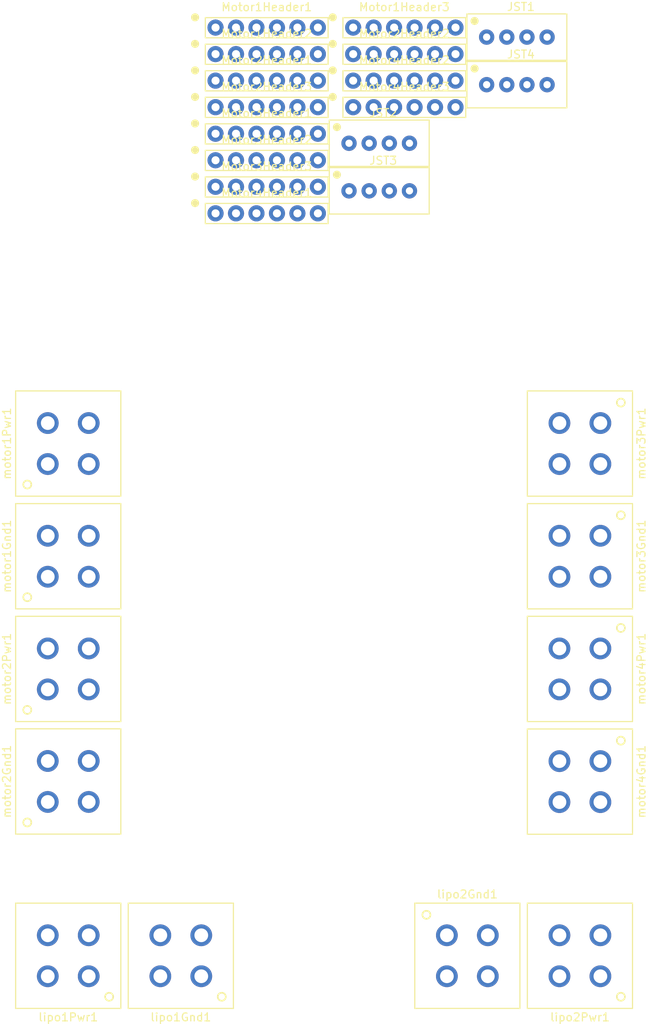
<source format=kicad_pcb>
(kicad_pcb (version 20171130) (host pcbnew "(5.0.2)-1")

  (general
    (thickness 1.6)
    (drawings 4)
    (tracks 0)
    (zones 0)
    (modules 28)
    (nets 31)
  )

  (page A4)
  (layers
    (0 F.Cu signal)
    (31 B.Cu signal)
    (32 B.Adhes user)
    (33 F.Adhes user)
    (34 B.Paste user)
    (35 F.Paste user)
    (36 B.SilkS user)
    (37 F.SilkS user)
    (38 B.Mask user)
    (39 F.Mask user)
    (40 Dwgs.User user)
    (41 Cmts.User user)
    (42 Eco1.User user)
    (43 Eco2.User user)
    (44 Edge.Cuts user)
    (45 Margin user)
    (46 B.CrtYd user)
    (47 F.CrtYd user)
    (48 B.Fab user)
    (49 F.Fab user)
  )

  (setup
    (last_trace_width 0.25)
    (trace_clearance 0.2)
    (zone_clearance 0.508)
    (zone_45_only no)
    (trace_min 0.2)
    (segment_width 0.2)
    (edge_width 0.15)
    (via_size 0.8)
    (via_drill 0.4)
    (via_min_size 0.4)
    (via_min_drill 0.3)
    (uvia_size 0.3)
    (uvia_drill 0.1)
    (uvias_allowed no)
    (uvia_min_size 0.2)
    (uvia_min_drill 0.1)
    (pcb_text_width 0.3)
    (pcb_text_size 1.5 1.5)
    (mod_edge_width 0.15)
    (mod_text_size 1 1)
    (mod_text_width 0.15)
    (pad_size 1.524 1.524)
    (pad_drill 0.762)
    (pad_to_mask_clearance 0.051)
    (solder_mask_min_width 0.25)
    (aux_axis_origin 0 0)
    (visible_elements 7FFFFFFF)
    (pcbplotparams
      (layerselection 0x010fc_ffffffff)
      (usegerberextensions false)
      (usegerberattributes false)
      (usegerberadvancedattributes false)
      (creategerberjobfile false)
      (excludeedgelayer true)
      (linewidth 0.100000)
      (plotframeref false)
      (viasonmask false)
      (mode 1)
      (useauxorigin false)
      (hpglpennumber 1)
      (hpglpenspeed 20)
      (hpglpendiameter 15.000000)
      (psnegative false)
      (psa4output false)
      (plotreference true)
      (plotvalue true)
      (plotinvisibletext false)
      (padsonsilk false)
      (subtractmaskfromsilk false)
      (outputformat 1)
      (mirror false)
      (drillshape 1)
      (scaleselection 1)
      (outputdirectory ""))
  )

  (net 0 "")
  (net 1 GND)
  (net 2 +14v8)
  (net 3 motor1PwmOut)
  (net 4 motor2PwmOut)
  (net 5 motor3PwmOut)
  (net 6 motor4PwmOut)
  (net 7 Motor1EncoderPin4)
  (net 8 Motor1EncoderPin3)
  (net 9 Motor1EncoderPin2)
  (net 10 Motor1EncoderPin1)
  (net 11 Motor2EncoderPin4)
  (net 12 Motor2EncoderPin3)
  (net 13 Motor2EncoderPin2)
  (net 14 Motor2EncoderPin1)
  (net 15 Motor3EncoderPin1)
  (net 16 Motor3EncoderPin2)
  (net 17 Motor3EncoderPin3)
  (net 18 Motor3EncoderPin4)
  (net 19 Motor4EncoderPin1)
  (net 20 Motor4EncoderPin2)
  (net 21 Motor4EncoderPin3)
  (net 22 Motor4EncoderPin4)
  (net 23 Motor1EncoderPin6)
  (net 24 Motor1EncoderPin5)
  (net 25 Motor2EncoderPin5)
  (net 26 Motor2EncoderPin6)
  (net 27 Motor3EncoderPin6)
  (net 28 Motor3EncoderPin5)
  (net 29 Motor4EncoderPin5)
  (net 30 Motor4EncoderPin6)

  (net_class Default "This is the default net class."
    (clearance 0.2)
    (trace_width 0.25)
    (via_dia 0.8)
    (via_drill 0.4)
    (uvia_dia 0.3)
    (uvia_drill 0.1)
    (add_net +14v8)
    (add_net GND)
    (add_net Motor1EncoderPin1)
    (add_net Motor1EncoderPin2)
    (add_net Motor1EncoderPin3)
    (add_net Motor1EncoderPin4)
    (add_net Motor1EncoderPin5)
    (add_net Motor1EncoderPin6)
    (add_net Motor2EncoderPin1)
    (add_net Motor2EncoderPin2)
    (add_net Motor2EncoderPin3)
    (add_net Motor2EncoderPin4)
    (add_net Motor2EncoderPin5)
    (add_net Motor2EncoderPin6)
    (add_net Motor3EncoderPin1)
    (add_net Motor3EncoderPin2)
    (add_net Motor3EncoderPin3)
    (add_net Motor3EncoderPin4)
    (add_net Motor3EncoderPin5)
    (add_net Motor3EncoderPin6)
    (add_net Motor4EncoderPin1)
    (add_net Motor4EncoderPin2)
    (add_net Motor4EncoderPin3)
    (add_net Motor4EncoderPin4)
    (add_net Motor4EncoderPin5)
    (add_net Motor4EncoderPin6)
    (add_net motor1PwmOut)
    (add_net motor2PwmOut)
    (add_net motor3PwmOut)
    (add_net motor4PwmOut)
  )

  (module backplane:CT3151V1-5 (layer F.Cu) (tedit 5C312376) (tstamp 5C313174)
    (at 20.32 69.85 180)
    (path /5C313EDE)
    (fp_text reference lipo1Gnd1 (at 0 -7.62 180) (layer F.SilkS)
      (effects (font (size 1 1) (thickness 0.15)))
    )
    (fp_text value CT3151V1-5 (at 0 7.62 180) (layer F.Fab)
      (effects (font (size 1 1) (thickness 0.15)))
    )
    (fp_line (start -6.525 -6.525) (end 6.525 -6.525) (layer F.SilkS) (width 0.15))
    (fp_line (start 6.525 -6.525) (end 6.525 6.525) (layer F.SilkS) (width 0.15))
    (fp_line (start 6.525 6.525) (end -6.525 6.525) (layer F.SilkS) (width 0.15))
    (fp_line (start -6.525 6.525) (end -6.525 -6.525) (layer F.SilkS) (width 0.15))
    (fp_circle (center -5.08 -5.08) (end -4.58 -5.08) (layer F.SilkS) (width 0.2))
    (pad 1 thru_hole circle (at -2.54 -2.54 180) (size 2.7 2.7) (drill 1.7) (layers *.Cu *.Mask)
      (net 1 GND))
    (pad 2 thru_hole circle (at -2.54 2.54 180) (size 2.7 2.7) (drill 1.7) (layers *.Cu *.Mask)
      (net 1 GND))
    (pad 3 thru_hole circle (at 2.54 2.54 180) (size 2.7 2.7) (drill 1.7) (layers *.Cu *.Mask)
      (net 1 GND))
    (pad 4 thru_hole circle (at 2.54 -2.54 180) (size 2.7 2.7) (drill 1.7) (layers *.Cu *.Mask)
      (net 1 GND))
  )

  (module backplane:CT3151V1-5 (layer F.Cu) (tedit 5C312376) (tstamp 5C313181)
    (at 6.35 69.85 180)
    (path /5C313EC2)
    (fp_text reference lipo1Pwr1 (at 0 -7.62 180) (layer F.SilkS)
      (effects (font (size 1 1) (thickness 0.15)))
    )
    (fp_text value CT3151V1-5 (at 0 7.62 180) (layer F.Fab)
      (effects (font (size 1 1) (thickness 0.15)))
    )
    (fp_line (start -6.525 -6.525) (end 6.525 -6.525) (layer F.SilkS) (width 0.15))
    (fp_line (start 6.525 -6.525) (end 6.525 6.525) (layer F.SilkS) (width 0.15))
    (fp_line (start 6.525 6.525) (end -6.525 6.525) (layer F.SilkS) (width 0.15))
    (fp_line (start -6.525 6.525) (end -6.525 -6.525) (layer F.SilkS) (width 0.15))
    (fp_circle (center -5.08 -5.08) (end -4.58 -5.08) (layer F.SilkS) (width 0.2))
    (pad 1 thru_hole circle (at -2.54 -2.54 180) (size 2.7 2.7) (drill 1.7) (layers *.Cu *.Mask)
      (net 2 +14v8))
    (pad 2 thru_hole circle (at -2.54 2.54 180) (size 2.7 2.7) (drill 1.7) (layers *.Cu *.Mask)
      (net 2 +14v8))
    (pad 3 thru_hole circle (at 2.54 2.54 180) (size 2.7 2.7) (drill 1.7) (layers *.Cu *.Mask)
      (net 2 +14v8))
    (pad 4 thru_hole circle (at 2.54 -2.54 180) (size 2.7 2.7) (drill 1.7) (layers *.Cu *.Mask)
      (net 2 +14v8))
  )

  (module backplane:CT3151V1-5 (layer F.Cu) (tedit 5C312376) (tstamp 5C31318E)
    (at 55.88 69.85)
    (path /5C313EEB)
    (fp_text reference lipo2Gnd1 (at 0 -7.62) (layer F.SilkS)
      (effects (font (size 1 1) (thickness 0.15)))
    )
    (fp_text value CT3151V1-5 (at 0 7.62) (layer F.Fab)
      (effects (font (size 1 1) (thickness 0.15)))
    )
    (fp_circle (center -5.08 -5.08) (end -4.58 -5.08) (layer F.SilkS) (width 0.2))
    (fp_line (start -6.525 6.525) (end -6.525 -6.525) (layer F.SilkS) (width 0.15))
    (fp_line (start 6.525 6.525) (end -6.525 6.525) (layer F.SilkS) (width 0.15))
    (fp_line (start 6.525 -6.525) (end 6.525 6.525) (layer F.SilkS) (width 0.15))
    (fp_line (start -6.525 -6.525) (end 6.525 -6.525) (layer F.SilkS) (width 0.15))
    (pad 4 thru_hole circle (at 2.54 -2.54) (size 2.7 2.7) (drill 1.7) (layers *.Cu *.Mask)
      (net 1 GND))
    (pad 3 thru_hole circle (at 2.54 2.54) (size 2.7 2.7) (drill 1.7) (layers *.Cu *.Mask)
      (net 1 GND))
    (pad 2 thru_hole circle (at -2.54 2.54) (size 2.7 2.7) (drill 1.7) (layers *.Cu *.Mask)
      (net 1 GND))
    (pad 1 thru_hole circle (at -2.54 -2.54) (size 2.7 2.7) (drill 1.7) (layers *.Cu *.Mask)
      (net 1 GND))
  )

  (module backplane:CT3151V1-5 (layer F.Cu) (tedit 5C312376) (tstamp 5C31319B)
    (at 69.85 69.85 180)
    (path /5C313ED1)
    (fp_text reference lipo2Pwr1 (at 0 -7.62 180) (layer F.SilkS)
      (effects (font (size 1 1) (thickness 0.15)))
    )
    (fp_text value CT3151V1-5 (at 0 7.62 180) (layer F.Fab)
      (effects (font (size 1 1) (thickness 0.15)))
    )
    (fp_circle (center -5.08 -5.08) (end -4.58 -5.08) (layer F.SilkS) (width 0.2))
    (fp_line (start -6.525 6.525) (end -6.525 -6.525) (layer F.SilkS) (width 0.15))
    (fp_line (start 6.525 6.525) (end -6.525 6.525) (layer F.SilkS) (width 0.15))
    (fp_line (start 6.525 -6.525) (end 6.525 6.525) (layer F.SilkS) (width 0.15))
    (fp_line (start -6.525 -6.525) (end 6.525 -6.525) (layer F.SilkS) (width 0.15))
    (pad 4 thru_hole circle (at 2.54 -2.54 180) (size 2.7 2.7) (drill 1.7) (layers *.Cu *.Mask)
      (net 2 +14v8))
    (pad 3 thru_hole circle (at 2.54 2.54 180) (size 2.7 2.7) (drill 1.7) (layers *.Cu *.Mask)
      (net 2 +14v8))
    (pad 2 thru_hole circle (at -2.54 2.54 180) (size 2.7 2.7) (drill 1.7) (layers *.Cu *.Mask)
      (net 2 +14v8))
    (pad 1 thru_hole circle (at -2.54 -2.54 180) (size 2.7 2.7) (drill 1.7) (layers *.Cu *.Mask)
      (net 2 +14v8))
  )

  (module backplane:CT3151V1-5 (layer F.Cu) (tedit 5C312376) (tstamp 5C3131A8)
    (at 6.35 20.32 90)
    (path /5C312D35)
    (fp_text reference motor1Gnd1 (at 0 -7.62 90) (layer F.SilkS)
      (effects (font (size 1 1) (thickness 0.15)))
    )
    (fp_text value CT3151V1-5 (at 0 7.62 90) (layer F.Fab)
      (effects (font (size 1 1) (thickness 0.15)))
    )
    (fp_line (start -6.525 -6.525) (end 6.525 -6.525) (layer F.SilkS) (width 0.15))
    (fp_line (start 6.525 -6.525) (end 6.525 6.525) (layer F.SilkS) (width 0.15))
    (fp_line (start 6.525 6.525) (end -6.525 6.525) (layer F.SilkS) (width 0.15))
    (fp_line (start -6.525 6.525) (end -6.525 -6.525) (layer F.SilkS) (width 0.15))
    (fp_circle (center -5.08 -5.08) (end -4.58 -5.08) (layer F.SilkS) (width 0.2))
    (pad 1 thru_hole circle (at -2.54 -2.54 90) (size 2.7 2.7) (drill 1.7) (layers *.Cu *.Mask)
      (net 1 GND))
    (pad 2 thru_hole circle (at -2.54 2.54 90) (size 2.7 2.7) (drill 1.7) (layers *.Cu *.Mask)
      (net 1 GND))
    (pad 3 thru_hole circle (at 2.54 2.54 90) (size 2.7 2.7) (drill 1.7) (layers *.Cu *.Mask)
      (net 1 GND))
    (pad 4 thru_hole circle (at 2.54 -2.54 90) (size 2.7 2.7) (drill 1.7) (layers *.Cu *.Mask)
      (net 1 GND))
  )

  (module backplane:CT3151V1-5 (layer F.Cu) (tedit 5C312376) (tstamp 5C3133C4)
    (at 6.35 6.35 90)
    (path /5C31259A)
    (fp_text reference motor1Pwr1 (at 0 -7.62 90) (layer F.SilkS)
      (effects (font (size 1 1) (thickness 0.15)))
    )
    (fp_text value CT3151V1-5 (at 0 7.62 90) (layer F.Fab)
      (effects (font (size 1 1) (thickness 0.15)))
    )
    (fp_line (start -6.525 -6.525) (end 6.525 -6.525) (layer F.SilkS) (width 0.15))
    (fp_line (start 6.525 -6.525) (end 6.525 6.525) (layer F.SilkS) (width 0.15))
    (fp_line (start 6.525 6.525) (end -6.525 6.525) (layer F.SilkS) (width 0.15))
    (fp_line (start -6.525 6.525) (end -6.525 -6.525) (layer F.SilkS) (width 0.15))
    (fp_circle (center -5.08 -5.08) (end -4.58 -5.08) (layer F.SilkS) (width 0.2))
    (pad 1 thru_hole circle (at -2.54 -2.54 90) (size 2.7 2.7) (drill 1.7) (layers *.Cu *.Mask)
      (net 3 motor1PwmOut))
    (pad 2 thru_hole circle (at -2.54 2.54 90) (size 2.7 2.7) (drill 1.7) (layers *.Cu *.Mask)
      (net 3 motor1PwmOut))
    (pad 3 thru_hole circle (at 2.54 2.54 90) (size 2.7 2.7) (drill 1.7) (layers *.Cu *.Mask)
      (net 3 motor1PwmOut))
    (pad 4 thru_hole circle (at 2.54 -2.54 90) (size 2.7 2.7) (drill 1.7) (layers *.Cu *.Mask)
      (net 3 motor1PwmOut))
  )

  (module backplane:CT3151V1-5 (layer F.Cu) (tedit 5C312376) (tstamp 5C3131C2)
    (at 6.35 48.240001 90)
    (path /5C312D44)
    (fp_text reference motor2Gnd1 (at 0 -7.62 90) (layer F.SilkS)
      (effects (font (size 1 1) (thickness 0.15)))
    )
    (fp_text value CT3151V1-5 (at 0 7.62 90) (layer F.Fab)
      (effects (font (size 1 1) (thickness 0.15)))
    )
    (fp_circle (center -5.08 -5.08) (end -4.58 -5.08) (layer F.SilkS) (width 0.2))
    (fp_line (start -6.525 6.525) (end -6.525 -6.525) (layer F.SilkS) (width 0.15))
    (fp_line (start 6.525 6.525) (end -6.525 6.525) (layer F.SilkS) (width 0.15))
    (fp_line (start 6.525 -6.525) (end 6.525 6.525) (layer F.SilkS) (width 0.15))
    (fp_line (start -6.525 -6.525) (end 6.525 -6.525) (layer F.SilkS) (width 0.15))
    (pad 4 thru_hole circle (at 2.54 -2.54 90) (size 2.7 2.7) (drill 1.7) (layers *.Cu *.Mask)
      (net 1 GND))
    (pad 3 thru_hole circle (at 2.54 2.54 90) (size 2.7 2.7) (drill 1.7) (layers *.Cu *.Mask)
      (net 1 GND))
    (pad 2 thru_hole circle (at -2.54 2.54 90) (size 2.7 2.7) (drill 1.7) (layers *.Cu *.Mask)
      (net 1 GND))
    (pad 1 thru_hole circle (at -2.54 -2.54 90) (size 2.7 2.7) (drill 1.7) (layers *.Cu *.Mask)
      (net 1 GND))
  )

  (module backplane:CT3151V1-5 (layer F.Cu) (tedit 5C312376) (tstamp 5C3131CF)
    (at 6.35 34.29 90)
    (path /5C312A1D)
    (fp_text reference motor2Pwr1 (at 0 -7.62 90) (layer F.SilkS)
      (effects (font (size 1 1) (thickness 0.15)))
    )
    (fp_text value CT3151V1-5 (at 0 7.62 90) (layer F.Fab)
      (effects (font (size 1 1) (thickness 0.15)))
    )
    (fp_circle (center -5.08 -5.08) (end -4.58 -5.08) (layer F.SilkS) (width 0.2))
    (fp_line (start -6.525 6.525) (end -6.525 -6.525) (layer F.SilkS) (width 0.15))
    (fp_line (start 6.525 6.525) (end -6.525 6.525) (layer F.SilkS) (width 0.15))
    (fp_line (start 6.525 -6.525) (end 6.525 6.525) (layer F.SilkS) (width 0.15))
    (fp_line (start -6.525 -6.525) (end 6.525 -6.525) (layer F.SilkS) (width 0.15))
    (pad 4 thru_hole circle (at 2.54 -2.54 90) (size 2.7 2.7) (drill 1.7) (layers *.Cu *.Mask)
      (net 4 motor2PwmOut))
    (pad 3 thru_hole circle (at 2.54 2.54 90) (size 2.7 2.7) (drill 1.7) (layers *.Cu *.Mask)
      (net 4 motor2PwmOut))
    (pad 2 thru_hole circle (at -2.54 2.54 90) (size 2.7 2.7) (drill 1.7) (layers *.Cu *.Mask)
      (net 4 motor2PwmOut))
    (pad 1 thru_hole circle (at -2.54 -2.54 90) (size 2.7 2.7) (drill 1.7) (layers *.Cu *.Mask)
      (net 4 motor2PwmOut))
  )

  (module backplane:CT3151V1-5 (layer F.Cu) (tedit 5C312376) (tstamp 5C3131DC)
    (at 69.85 20.32 270)
    (path /5C312D53)
    (fp_text reference motor3Gnd1 (at 0 -7.62 270) (layer F.SilkS)
      (effects (font (size 1 1) (thickness 0.15)))
    )
    (fp_text value CT3151V1-5 (at 0 7.62 270) (layer F.Fab)
      (effects (font (size 1 1) (thickness 0.15)))
    )
    (fp_line (start -6.525 -6.525) (end 6.525 -6.525) (layer F.SilkS) (width 0.15))
    (fp_line (start 6.525 -6.525) (end 6.525 6.525) (layer F.SilkS) (width 0.15))
    (fp_line (start 6.525 6.525) (end -6.525 6.525) (layer F.SilkS) (width 0.15))
    (fp_line (start -6.525 6.525) (end -6.525 -6.525) (layer F.SilkS) (width 0.15))
    (fp_circle (center -5.08 -5.08) (end -4.58 -5.08) (layer F.SilkS) (width 0.2))
    (pad 1 thru_hole circle (at -2.54 -2.54 270) (size 2.7 2.7) (drill 1.7) (layers *.Cu *.Mask)
      (net 1 GND))
    (pad 2 thru_hole circle (at -2.54 2.54 270) (size 2.7 2.7) (drill 1.7) (layers *.Cu *.Mask)
      (net 1 GND))
    (pad 3 thru_hole circle (at 2.54 2.54 270) (size 2.7 2.7) (drill 1.7) (layers *.Cu *.Mask)
      (net 1 GND))
    (pad 4 thru_hole circle (at 2.54 -2.54 270) (size 2.7 2.7) (drill 1.7) (layers *.Cu *.Mask)
      (net 1 GND))
  )

  (module backplane:CT3151V1-5 (layer F.Cu) (tedit 5C312376) (tstamp 5C3131E9)
    (at 69.85 6.35 270)
    (path /5C312A7A)
    (fp_text reference motor3Pwr1 (at 0 -7.62 270) (layer F.SilkS)
      (effects (font (size 1 1) (thickness 0.15)))
    )
    (fp_text value CT3151V1-5 (at 0 7.62 270) (layer F.Fab)
      (effects (font (size 1 1) (thickness 0.15)))
    )
    (fp_line (start -6.525 -6.525) (end 6.525 -6.525) (layer F.SilkS) (width 0.15))
    (fp_line (start 6.525 -6.525) (end 6.525 6.525) (layer F.SilkS) (width 0.15))
    (fp_line (start 6.525 6.525) (end -6.525 6.525) (layer F.SilkS) (width 0.15))
    (fp_line (start -6.525 6.525) (end -6.525 -6.525) (layer F.SilkS) (width 0.15))
    (fp_circle (center -5.08 -5.08) (end -4.58 -5.08) (layer F.SilkS) (width 0.2))
    (pad 1 thru_hole circle (at -2.54 -2.54 270) (size 2.7 2.7) (drill 1.7) (layers *.Cu *.Mask)
      (net 5 motor3PwmOut))
    (pad 2 thru_hole circle (at -2.54 2.54 270) (size 2.7 2.7) (drill 1.7) (layers *.Cu *.Mask)
      (net 5 motor3PwmOut))
    (pad 3 thru_hole circle (at 2.54 2.54 270) (size 2.7 2.7) (drill 1.7) (layers *.Cu *.Mask)
      (net 5 motor3PwmOut))
    (pad 4 thru_hole circle (at 2.54 -2.54 270) (size 2.7 2.7) (drill 1.7) (layers *.Cu *.Mask)
      (net 5 motor3PwmOut))
  )

  (module backplane:CT3151V1-5 (layer F.Cu) (tedit 5C312376) (tstamp 5C3131F6)
    (at 69.85 48.26 270)
    (path /5C312D62)
    (fp_text reference motor4Gnd1 (at 0 -7.62 270) (layer F.SilkS)
      (effects (font (size 1 1) (thickness 0.15)))
    )
    (fp_text value CT3151V1-5 (at 0 7.62 270) (layer F.Fab)
      (effects (font (size 1 1) (thickness 0.15)))
    )
    (fp_circle (center -5.08 -5.08) (end -4.58 -5.08) (layer F.SilkS) (width 0.2))
    (fp_line (start -6.525 6.525) (end -6.525 -6.525) (layer F.SilkS) (width 0.15))
    (fp_line (start 6.525 6.525) (end -6.525 6.525) (layer F.SilkS) (width 0.15))
    (fp_line (start 6.525 -6.525) (end 6.525 6.525) (layer F.SilkS) (width 0.15))
    (fp_line (start -6.525 -6.525) (end 6.525 -6.525) (layer F.SilkS) (width 0.15))
    (pad 4 thru_hole circle (at 2.54 -2.54 270) (size 2.7 2.7) (drill 1.7) (layers *.Cu *.Mask)
      (net 1 GND))
    (pad 3 thru_hole circle (at 2.54 2.54 270) (size 2.7 2.7) (drill 1.7) (layers *.Cu *.Mask)
      (net 1 GND))
    (pad 2 thru_hole circle (at -2.54 2.54 270) (size 2.7 2.7) (drill 1.7) (layers *.Cu *.Mask)
      (net 1 GND))
    (pad 1 thru_hole circle (at -2.54 -2.54 270) (size 2.7 2.7) (drill 1.7) (layers *.Cu *.Mask)
      (net 1 GND))
  )

  (module backplane:CT3151V1-5 (layer F.Cu) (tedit 5C312376) (tstamp 5C313203)
    (at 69.85 34.29 270)
    (path /5C312B34)
    (fp_text reference motor4Pwr1 (at 0 -7.62 270) (layer F.SilkS)
      (effects (font (size 1 1) (thickness 0.15)))
    )
    (fp_text value CT3151V1-5 (at 0 7.62 270) (layer F.Fab)
      (effects (font (size 1 1) (thickness 0.15)))
    )
    (fp_circle (center -5.08 -5.08) (end -4.58 -5.08) (layer F.SilkS) (width 0.2))
    (fp_line (start -6.525 6.525) (end -6.525 -6.525) (layer F.SilkS) (width 0.15))
    (fp_line (start 6.525 6.525) (end -6.525 6.525) (layer F.SilkS) (width 0.15))
    (fp_line (start 6.525 -6.525) (end 6.525 6.525) (layer F.SilkS) (width 0.15))
    (fp_line (start -6.525 -6.525) (end 6.525 -6.525) (layer F.SilkS) (width 0.15))
    (pad 4 thru_hole circle (at 2.54 -2.54 270) (size 2.7 2.7) (drill 1.7) (layers *.Cu *.Mask)
      (net 6 motor4PwmOut))
    (pad 3 thru_hole circle (at 2.54 2.54 270) (size 2.7 2.7) (drill 1.7) (layers *.Cu *.Mask)
      (net 6 motor4PwmOut))
    (pad 2 thru_hole circle (at -2.54 2.54 270) (size 2.7 2.7) (drill 1.7) (layers *.Cu *.Mask)
      (net 6 motor4PwmOut))
    (pad 1 thru_hole circle (at -2.54 -2.54 270) (size 2.7 2.7) (drill 1.7) (layers *.Cu *.Mask)
      (net 6 motor4PwmOut))
  )

  (module backplane:B4B-XH-A (layer F.Cu) (tedit 5C315630) (tstamp 5C3178CC)
    (at 62.025001 -44.039999)
    (path /5C3164AB)
    (fp_text reference JST1 (at 0.5 -3.75) (layer F.SilkS)
      (effects (font (size 1 1) (thickness 0.15)))
    )
    (fp_text value B4B-XH-A (at 0 3.75) (layer F.Fab)
      (effects (font (size 1 1) (thickness 0.15)))
    )
    (fp_circle (center -5.25 -2) (end -5 -2) (layer F.SilkS) (width 0.5))
    (fp_line (start -6.2 2.875) (end -6.2 -2.875) (layer F.SilkS) (width 0.15))
    (fp_line (start 6.2 2.875) (end -6.2 2.875) (layer F.SilkS) (width 0.15))
    (fp_line (start 6.2 -2.875) (end 6.2 2.875) (layer F.SilkS) (width 0.15))
    (fp_line (start -6.2 -2.875) (end 6.2 -2.875) (layer F.SilkS) (width 0.15))
    (pad 4 thru_hole circle (at 3.75 0) (size 1.9 1.9) (drill 0.9) (layers *.Cu *.Mask)
      (net 7 Motor1EncoderPin4))
    (pad 3 thru_hole circle (at 1.25 0) (size 1.9 1.9) (drill 0.9) (layers *.Cu *.Mask)
      (net 8 Motor1EncoderPin3))
    (pad 2 thru_hole circle (at -1.25 0) (size 1.9 1.9) (drill 0.9) (layers *.Cu *.Mask)
      (net 9 Motor1EncoderPin2))
    (pad 1 thru_hole circle (at -3.75 0) (size 1.9 1.9) (drill 0.9) (layers *.Cu *.Mask)
      (net 10 Motor1EncoderPin1))
  )

  (module backplane:B4B-XH-A (layer F.Cu) (tedit 5C315630) (tstamp 5C3178D9)
    (at 44.945001 -30.879999)
    (path /5C3165D6)
    (fp_text reference JST2 (at 0.5 -3.75) (layer F.SilkS)
      (effects (font (size 1 1) (thickness 0.15)))
    )
    (fp_text value B4B-XH-A (at 0 3.75) (layer F.Fab)
      (effects (font (size 1 1) (thickness 0.15)))
    )
    (fp_circle (center -5.25 -2) (end -5 -2) (layer F.SilkS) (width 0.5))
    (fp_line (start -6.2 2.875) (end -6.2 -2.875) (layer F.SilkS) (width 0.15))
    (fp_line (start 6.2 2.875) (end -6.2 2.875) (layer F.SilkS) (width 0.15))
    (fp_line (start 6.2 -2.875) (end 6.2 2.875) (layer F.SilkS) (width 0.15))
    (fp_line (start -6.2 -2.875) (end 6.2 -2.875) (layer F.SilkS) (width 0.15))
    (pad 4 thru_hole circle (at 3.75 0) (size 1.9 1.9) (drill 0.9) (layers *.Cu *.Mask)
      (net 11 Motor2EncoderPin4))
    (pad 3 thru_hole circle (at 1.25 0) (size 1.9 1.9) (drill 0.9) (layers *.Cu *.Mask)
      (net 12 Motor2EncoderPin3))
    (pad 2 thru_hole circle (at -1.25 0) (size 1.9 1.9) (drill 0.9) (layers *.Cu *.Mask)
      (net 13 Motor2EncoderPin2))
    (pad 1 thru_hole circle (at -3.75 0) (size 1.9 1.9) (drill 0.9) (layers *.Cu *.Mask)
      (net 14 Motor2EncoderPin1))
  )

  (module backplane:B4B-XH-A (layer F.Cu) (tedit 5C315630) (tstamp 5C3178E6)
    (at 44.945001 -24.979999)
    (path /5C316566)
    (fp_text reference JST3 (at 0.5 -3.75) (layer F.SilkS)
      (effects (font (size 1 1) (thickness 0.15)))
    )
    (fp_text value B4B-XH-A (at 0 3.75) (layer F.Fab)
      (effects (font (size 1 1) (thickness 0.15)))
    )
    (fp_line (start -6.2 -2.875) (end 6.2 -2.875) (layer F.SilkS) (width 0.15))
    (fp_line (start 6.2 -2.875) (end 6.2 2.875) (layer F.SilkS) (width 0.15))
    (fp_line (start 6.2 2.875) (end -6.2 2.875) (layer F.SilkS) (width 0.15))
    (fp_line (start -6.2 2.875) (end -6.2 -2.875) (layer F.SilkS) (width 0.15))
    (fp_circle (center -5.25 -2) (end -5 -2) (layer F.SilkS) (width 0.5))
    (pad 1 thru_hole circle (at -3.75 0) (size 1.9 1.9) (drill 0.9) (layers *.Cu *.Mask)
      (net 15 Motor3EncoderPin1))
    (pad 2 thru_hole circle (at -1.25 0) (size 1.9 1.9) (drill 0.9) (layers *.Cu *.Mask)
      (net 16 Motor3EncoderPin2))
    (pad 3 thru_hole circle (at 1.25 0) (size 1.9 1.9) (drill 0.9) (layers *.Cu *.Mask)
      (net 17 Motor3EncoderPin3))
    (pad 4 thru_hole circle (at 3.75 0) (size 1.9 1.9) (drill 0.9) (layers *.Cu *.Mask)
      (net 18 Motor3EncoderPin4))
  )

  (module backplane:B4B-XH-A (layer F.Cu) (tedit 5C315630) (tstamp 5C3178F3)
    (at 62.025001 -38.139999)
    (path /5C31675A)
    (fp_text reference JST4 (at 0.5 -3.75) (layer F.SilkS)
      (effects (font (size 1 1) (thickness 0.15)))
    )
    (fp_text value B4B-XH-A (at 0 3.75) (layer F.Fab)
      (effects (font (size 1 1) (thickness 0.15)))
    )
    (fp_line (start -6.2 -2.875) (end 6.2 -2.875) (layer F.SilkS) (width 0.15))
    (fp_line (start 6.2 -2.875) (end 6.2 2.875) (layer F.SilkS) (width 0.15))
    (fp_line (start 6.2 2.875) (end -6.2 2.875) (layer F.SilkS) (width 0.15))
    (fp_line (start -6.2 2.875) (end -6.2 -2.875) (layer F.SilkS) (width 0.15))
    (fp_circle (center -5.25 -2) (end -5 -2) (layer F.SilkS) (width 0.5))
    (pad 1 thru_hole circle (at -3.75 0) (size 1.9 1.9) (drill 0.9) (layers *.Cu *.Mask)
      (net 19 Motor4EncoderPin1))
    (pad 2 thru_hole circle (at -1.25 0) (size 1.9 1.9) (drill 0.9) (layers *.Cu *.Mask)
      (net 20 Motor4EncoderPin2))
    (pad 3 thru_hole circle (at 1.25 0) (size 1.9 1.9) (drill 0.9) (layers *.Cu *.Mask)
      (net 21 Motor4EncoderPin3))
    (pad 4 thru_hole circle (at 3.75 0) (size 1.9 1.9) (drill 0.9) (layers *.Cu *.Mask)
      (net 22 Motor4EncoderPin4))
  )

  (module backplane:PRPC006SAAN-RC (layer F.Cu) (tedit 5C316F4D) (tstamp 5C317902)
    (at 28.440001 -43.949999)
    (path /5C3361AF)
    (fp_text reference Motor1Header1 (at 2.54 -3.81) (layer F.SilkS)
      (effects (font (size 1 1) (thickness 0.15)))
    )
    (fp_text value PRPC006SAAN-RC (at 2.54 1.27) (layer F.Fab)
      (effects (font (size 1 1) (thickness 0.15)))
    )
    (fp_circle (center -6.35 -2.54) (end -6.1 -2.54) (layer F.SilkS) (width 0.5))
    (fp_line (start -5.08 0) (end -5.08 -2.5) (layer F.SilkS) (width 0.15))
    (fp_line (start 10.16 0) (end -5.08 0) (layer F.SilkS) (width 0.15))
    (fp_line (start 10.16 -2.5) (end 10.16 0) (layer F.SilkS) (width 0.15))
    (fp_line (start -5.08 -2.5) (end 10.16 -2.5) (layer F.SilkS) (width 0.15))
    (pad 6 thru_hole circle (at 8.89 -1.27) (size 2 2) (drill 1) (layers *.Cu *.Mask)
      (net 23 Motor1EncoderPin6))
    (pad 5 thru_hole circle (at 6.35 -1.27) (size 2 2) (drill 1) (layers *.Cu *.Mask)
      (net 24 Motor1EncoderPin5))
    (pad 4 thru_hole circle (at 3.81 -1.27) (size 2 2) (drill 1) (layers *.Cu *.Mask)
      (net 7 Motor1EncoderPin4))
    (pad 3 thru_hole circle (at 1.27 -1.27) (size 2 2) (drill 1) (layers *.Cu *.Mask)
      (net 8 Motor1EncoderPin3))
    (pad 2 thru_hole circle (at -1.27 -1.27) (size 2 2) (drill 1) (layers *.Cu *.Mask)
      (net 9 Motor1EncoderPin2))
    (pad 1 thru_hole circle (at -3.81 -1.27) (size 2 2) (drill 1) (layers *.Cu *.Mask)
      (net 10 Motor1EncoderPin1))
  )

  (module backplane:PRPC006SAAN-RC (layer F.Cu) (tedit 5C316F4D) (tstamp 5C317911)
    (at 28.440001 -40.659999)
    (path /5C354284)
    (fp_text reference Motor1Header2 (at 2.54 -3.81) (layer F.SilkS)
      (effects (font (size 1 1) (thickness 0.15)))
    )
    (fp_text value PRPC006SAAN-RC (at 2.54 1.27) (layer F.Fab)
      (effects (font (size 1 1) (thickness 0.15)))
    )
    (fp_circle (center -6.35 -2.54) (end -6.1 -2.54) (layer F.SilkS) (width 0.5))
    (fp_line (start -5.08 0) (end -5.08 -2.5) (layer F.SilkS) (width 0.15))
    (fp_line (start 10.16 0) (end -5.08 0) (layer F.SilkS) (width 0.15))
    (fp_line (start 10.16 -2.5) (end 10.16 0) (layer F.SilkS) (width 0.15))
    (fp_line (start -5.08 -2.5) (end 10.16 -2.5) (layer F.SilkS) (width 0.15))
    (pad 6 thru_hole circle (at 8.89 -1.27) (size 2 2) (drill 1) (layers *.Cu *.Mask)
      (net 23 Motor1EncoderPin6))
    (pad 5 thru_hole circle (at 6.35 -1.27) (size 2 2) (drill 1) (layers *.Cu *.Mask)
      (net 24 Motor1EncoderPin5))
    (pad 4 thru_hole circle (at 3.81 -1.27) (size 2 2) (drill 1) (layers *.Cu *.Mask)
      (net 7 Motor1EncoderPin4))
    (pad 3 thru_hole circle (at 1.27 -1.27) (size 2 2) (drill 1) (layers *.Cu *.Mask)
      (net 8 Motor1EncoderPin3))
    (pad 2 thru_hole circle (at -1.27 -1.27) (size 2 2) (drill 1) (layers *.Cu *.Mask)
      (net 9 Motor1EncoderPin2))
    (pad 1 thru_hole circle (at -3.81 -1.27) (size 2 2) (drill 1) (layers *.Cu *.Mask)
      (net 10 Motor1EncoderPin1))
  )

  (module backplane:PRPC006SAAN-RC (layer F.Cu) (tedit 5C316F4D) (tstamp 5C317920)
    (at 45.520001 -43.949999)
    (path /5C3586BA)
    (fp_text reference Motor1Header3 (at 2.54 -3.81) (layer F.SilkS)
      (effects (font (size 1 1) (thickness 0.15)))
    )
    (fp_text value PRPC006SAAN-RC (at 2.54 1.27) (layer F.Fab)
      (effects (font (size 1 1) (thickness 0.15)))
    )
    (fp_circle (center -6.35 -2.54) (end -6.1 -2.54) (layer F.SilkS) (width 0.5))
    (fp_line (start -5.08 0) (end -5.08 -2.5) (layer F.SilkS) (width 0.15))
    (fp_line (start 10.16 0) (end -5.08 0) (layer F.SilkS) (width 0.15))
    (fp_line (start 10.16 -2.5) (end 10.16 0) (layer F.SilkS) (width 0.15))
    (fp_line (start -5.08 -2.5) (end 10.16 -2.5) (layer F.SilkS) (width 0.15))
    (pad 6 thru_hole circle (at 8.89 -1.27) (size 2 2) (drill 1) (layers *.Cu *.Mask)
      (net 23 Motor1EncoderPin6))
    (pad 5 thru_hole circle (at 6.35 -1.27) (size 2 2) (drill 1) (layers *.Cu *.Mask)
      (net 24 Motor1EncoderPin5))
    (pad 4 thru_hole circle (at 3.81 -1.27) (size 2 2) (drill 1) (layers *.Cu *.Mask)
      (net 7 Motor1EncoderPin4))
    (pad 3 thru_hole circle (at 1.27 -1.27) (size 2 2) (drill 1) (layers *.Cu *.Mask)
      (net 8 Motor1EncoderPin3))
    (pad 2 thru_hole circle (at -1.27 -1.27) (size 2 2) (drill 1) (layers *.Cu *.Mask)
      (net 9 Motor1EncoderPin2))
    (pad 1 thru_hole circle (at -3.81 -1.27) (size 2 2) (drill 1) (layers *.Cu *.Mask)
      (net 10 Motor1EncoderPin1))
  )

  (module backplane:PRPC006SAAN-RC (layer F.Cu) (tedit 5C316F4D) (tstamp 5C31792F)
    (at 28.440001 -37.369999)
    (path /5C337A7E)
    (fp_text reference Motor2Header1 (at 2.54 -3.81) (layer F.SilkS)
      (effects (font (size 1 1) (thickness 0.15)))
    )
    (fp_text value PRPC006SAAN-RC (at 2.54 1.27) (layer F.Fab)
      (effects (font (size 1 1) (thickness 0.15)))
    )
    (fp_line (start -5.08 -2.5) (end 10.16 -2.5) (layer F.SilkS) (width 0.15))
    (fp_line (start 10.16 -2.5) (end 10.16 0) (layer F.SilkS) (width 0.15))
    (fp_line (start 10.16 0) (end -5.08 0) (layer F.SilkS) (width 0.15))
    (fp_line (start -5.08 0) (end -5.08 -2.5) (layer F.SilkS) (width 0.15))
    (fp_circle (center -6.35 -2.54) (end -6.1 -2.54) (layer F.SilkS) (width 0.5))
    (pad 1 thru_hole circle (at -3.81 -1.27) (size 2 2) (drill 1) (layers *.Cu *.Mask)
      (net 14 Motor2EncoderPin1))
    (pad 2 thru_hole circle (at -1.27 -1.27) (size 2 2) (drill 1) (layers *.Cu *.Mask)
      (net 13 Motor2EncoderPin2))
    (pad 3 thru_hole circle (at 1.27 -1.27) (size 2 2) (drill 1) (layers *.Cu *.Mask)
      (net 12 Motor2EncoderPin3))
    (pad 4 thru_hole circle (at 3.81 -1.27) (size 2 2) (drill 1) (layers *.Cu *.Mask)
      (net 11 Motor2EncoderPin4))
    (pad 5 thru_hole circle (at 6.35 -1.27) (size 2 2) (drill 1) (layers *.Cu *.Mask)
      (net 25 Motor2EncoderPin5))
    (pad 6 thru_hole circle (at 8.89 -1.27) (size 2 2) (drill 1) (layers *.Cu *.Mask)
      (net 26 Motor2EncoderPin6))
  )

  (module backplane:PRPC006SAAN-RC (layer F.Cu) (tedit 5C316F4D) (tstamp 5C31793E)
    (at 45.520001 -40.659999)
    (path /5C354297)
    (fp_text reference Motor2Header2 (at 2.54 -3.81) (layer F.SilkS)
      (effects (font (size 1 1) (thickness 0.15)))
    )
    (fp_text value PRPC006SAAN-RC (at 2.54 1.27) (layer F.Fab)
      (effects (font (size 1 1) (thickness 0.15)))
    )
    (fp_line (start -5.08 -2.5) (end 10.16 -2.5) (layer F.SilkS) (width 0.15))
    (fp_line (start 10.16 -2.5) (end 10.16 0) (layer F.SilkS) (width 0.15))
    (fp_line (start 10.16 0) (end -5.08 0) (layer F.SilkS) (width 0.15))
    (fp_line (start -5.08 0) (end -5.08 -2.5) (layer F.SilkS) (width 0.15))
    (fp_circle (center -6.35 -2.54) (end -6.1 -2.54) (layer F.SilkS) (width 0.5))
    (pad 1 thru_hole circle (at -3.81 -1.27) (size 2 2) (drill 1) (layers *.Cu *.Mask)
      (net 14 Motor2EncoderPin1))
    (pad 2 thru_hole circle (at -1.27 -1.27) (size 2 2) (drill 1) (layers *.Cu *.Mask)
      (net 13 Motor2EncoderPin2))
    (pad 3 thru_hole circle (at 1.27 -1.27) (size 2 2) (drill 1) (layers *.Cu *.Mask)
      (net 12 Motor2EncoderPin3))
    (pad 4 thru_hole circle (at 3.81 -1.27) (size 2 2) (drill 1) (layers *.Cu *.Mask)
      (net 11 Motor2EncoderPin4))
    (pad 5 thru_hole circle (at 6.35 -1.27) (size 2 2) (drill 1) (layers *.Cu *.Mask)
      (net 25 Motor2EncoderPin5))
    (pad 6 thru_hole circle (at 8.89 -1.27) (size 2 2) (drill 1) (layers *.Cu *.Mask)
      (net 26 Motor2EncoderPin6))
  )

  (module backplane:PRPC006SAAN-RC (layer F.Cu) (tedit 5C316F4D) (tstamp 5C31794D)
    (at 28.440001 -34.079999)
    (path /5C3586CD)
    (fp_text reference Motor2Header3 (at 2.54 -3.81) (layer F.SilkS)
      (effects (font (size 1 1) (thickness 0.15)))
    )
    (fp_text value PRPC006SAAN-RC (at 2.54 1.27) (layer F.Fab)
      (effects (font (size 1 1) (thickness 0.15)))
    )
    (fp_line (start -5.08 -2.5) (end 10.16 -2.5) (layer F.SilkS) (width 0.15))
    (fp_line (start 10.16 -2.5) (end 10.16 0) (layer F.SilkS) (width 0.15))
    (fp_line (start 10.16 0) (end -5.08 0) (layer F.SilkS) (width 0.15))
    (fp_line (start -5.08 0) (end -5.08 -2.5) (layer F.SilkS) (width 0.15))
    (fp_circle (center -6.35 -2.54) (end -6.1 -2.54) (layer F.SilkS) (width 0.5))
    (pad 1 thru_hole circle (at -3.81 -1.27) (size 2 2) (drill 1) (layers *.Cu *.Mask)
      (net 14 Motor2EncoderPin1))
    (pad 2 thru_hole circle (at -1.27 -1.27) (size 2 2) (drill 1) (layers *.Cu *.Mask)
      (net 13 Motor2EncoderPin2))
    (pad 3 thru_hole circle (at 1.27 -1.27) (size 2 2) (drill 1) (layers *.Cu *.Mask)
      (net 12 Motor2EncoderPin3))
    (pad 4 thru_hole circle (at 3.81 -1.27) (size 2 2) (drill 1) (layers *.Cu *.Mask)
      (net 11 Motor2EncoderPin4))
    (pad 5 thru_hole circle (at 6.35 -1.27) (size 2 2) (drill 1) (layers *.Cu *.Mask)
      (net 25 Motor2EncoderPin5))
    (pad 6 thru_hole circle (at 8.89 -1.27) (size 2 2) (drill 1) (layers *.Cu *.Mask)
      (net 26 Motor2EncoderPin6))
  )

  (module backplane:PRPC006SAAN-RC (layer F.Cu) (tedit 5C316F4D) (tstamp 5C31795C)
    (at 28.440001 -30.789999)
    (path /5C3399C4)
    (fp_text reference Motor3Header1 (at 2.54 -3.81) (layer F.SilkS)
      (effects (font (size 1 1) (thickness 0.15)))
    )
    (fp_text value PRPC006SAAN-RC (at 2.54 1.27) (layer F.Fab)
      (effects (font (size 1 1) (thickness 0.15)))
    )
    (fp_circle (center -6.35 -2.54) (end -6.1 -2.54) (layer F.SilkS) (width 0.5))
    (fp_line (start -5.08 0) (end -5.08 -2.5) (layer F.SilkS) (width 0.15))
    (fp_line (start 10.16 0) (end -5.08 0) (layer F.SilkS) (width 0.15))
    (fp_line (start 10.16 -2.5) (end 10.16 0) (layer F.SilkS) (width 0.15))
    (fp_line (start -5.08 -2.5) (end 10.16 -2.5) (layer F.SilkS) (width 0.15))
    (pad 6 thru_hole circle (at 8.89 -1.27) (size 2 2) (drill 1) (layers *.Cu *.Mask)
      (net 27 Motor3EncoderPin6))
    (pad 5 thru_hole circle (at 6.35 -1.27) (size 2 2) (drill 1) (layers *.Cu *.Mask)
      (net 28 Motor3EncoderPin5))
    (pad 4 thru_hole circle (at 3.81 -1.27) (size 2 2) (drill 1) (layers *.Cu *.Mask)
      (net 18 Motor3EncoderPin4))
    (pad 3 thru_hole circle (at 1.27 -1.27) (size 2 2) (drill 1) (layers *.Cu *.Mask)
      (net 17 Motor3EncoderPin3))
    (pad 2 thru_hole circle (at -1.27 -1.27) (size 2 2) (drill 1) (layers *.Cu *.Mask)
      (net 16 Motor3EncoderPin2))
    (pad 1 thru_hole circle (at -3.81 -1.27) (size 2 2) (drill 1) (layers *.Cu *.Mask)
      (net 15 Motor3EncoderPin1))
  )

  (module backplane:PRPC006SAAN-RC (layer F.Cu) (tedit 5C316F4D) (tstamp 5C31796B)
    (at 28.440001 -27.499999)
    (path /5C3542AA)
    (fp_text reference Motor3Header2 (at 2.54 -3.81) (layer F.SilkS)
      (effects (font (size 1 1) (thickness 0.15)))
    )
    (fp_text value PRPC006SAAN-RC (at 2.54 1.27) (layer F.Fab)
      (effects (font (size 1 1) (thickness 0.15)))
    )
    (fp_circle (center -6.35 -2.54) (end -6.1 -2.54) (layer F.SilkS) (width 0.5))
    (fp_line (start -5.08 0) (end -5.08 -2.5) (layer F.SilkS) (width 0.15))
    (fp_line (start 10.16 0) (end -5.08 0) (layer F.SilkS) (width 0.15))
    (fp_line (start 10.16 -2.5) (end 10.16 0) (layer F.SilkS) (width 0.15))
    (fp_line (start -5.08 -2.5) (end 10.16 -2.5) (layer F.SilkS) (width 0.15))
    (pad 6 thru_hole circle (at 8.89 -1.27) (size 2 2) (drill 1) (layers *.Cu *.Mask)
      (net 27 Motor3EncoderPin6))
    (pad 5 thru_hole circle (at 6.35 -1.27) (size 2 2) (drill 1) (layers *.Cu *.Mask)
      (net 28 Motor3EncoderPin5))
    (pad 4 thru_hole circle (at 3.81 -1.27) (size 2 2) (drill 1) (layers *.Cu *.Mask)
      (net 18 Motor3EncoderPin4))
    (pad 3 thru_hole circle (at 1.27 -1.27) (size 2 2) (drill 1) (layers *.Cu *.Mask)
      (net 17 Motor3EncoderPin3))
    (pad 2 thru_hole circle (at -1.27 -1.27) (size 2 2) (drill 1) (layers *.Cu *.Mask)
      (net 16 Motor3EncoderPin2))
    (pad 1 thru_hole circle (at -3.81 -1.27) (size 2 2) (drill 1) (layers *.Cu *.Mask)
      (net 15 Motor3EncoderPin1))
  )

  (module backplane:PRPC006SAAN-RC (layer F.Cu) (tedit 5C316F4D) (tstamp 5C31797A)
    (at 28.440001 -24.209999)
    (path /5C3586E0)
    (fp_text reference Motor3Header3 (at 2.54 -3.81) (layer F.SilkS)
      (effects (font (size 1 1) (thickness 0.15)))
    )
    (fp_text value PRPC006SAAN-RC (at 2.54 1.27) (layer F.Fab)
      (effects (font (size 1 1) (thickness 0.15)))
    )
    (fp_circle (center -6.35 -2.54) (end -6.1 -2.54) (layer F.SilkS) (width 0.5))
    (fp_line (start -5.08 0) (end -5.08 -2.5) (layer F.SilkS) (width 0.15))
    (fp_line (start 10.16 0) (end -5.08 0) (layer F.SilkS) (width 0.15))
    (fp_line (start 10.16 -2.5) (end 10.16 0) (layer F.SilkS) (width 0.15))
    (fp_line (start -5.08 -2.5) (end 10.16 -2.5) (layer F.SilkS) (width 0.15))
    (pad 6 thru_hole circle (at 8.89 -1.27) (size 2 2) (drill 1) (layers *.Cu *.Mask)
      (net 27 Motor3EncoderPin6))
    (pad 5 thru_hole circle (at 6.35 -1.27) (size 2 2) (drill 1) (layers *.Cu *.Mask)
      (net 28 Motor3EncoderPin5))
    (pad 4 thru_hole circle (at 3.81 -1.27) (size 2 2) (drill 1) (layers *.Cu *.Mask)
      (net 18 Motor3EncoderPin4))
    (pad 3 thru_hole circle (at 1.27 -1.27) (size 2 2) (drill 1) (layers *.Cu *.Mask)
      (net 17 Motor3EncoderPin3))
    (pad 2 thru_hole circle (at -1.27 -1.27) (size 2 2) (drill 1) (layers *.Cu *.Mask)
      (net 16 Motor3EncoderPin2))
    (pad 1 thru_hole circle (at -3.81 -1.27) (size 2 2) (drill 1) (layers *.Cu *.Mask)
      (net 15 Motor3EncoderPin1))
  )

  (module backplane:PRPC006SAAN-RC (layer F.Cu) (tedit 5C316F4D) (tstamp 5C317989)
    (at 28.440001 -20.919999)
    (path /5C345E9E)
    (fp_text reference Motor4Header1 (at 2.54 -3.81) (layer F.SilkS)
      (effects (font (size 1 1) (thickness 0.15)))
    )
    (fp_text value PRPC006SAAN-RC (at 2.54 1.27) (layer F.Fab)
      (effects (font (size 1 1) (thickness 0.15)))
    )
    (fp_line (start -5.08 -2.5) (end 10.16 -2.5) (layer F.SilkS) (width 0.15))
    (fp_line (start 10.16 -2.5) (end 10.16 0) (layer F.SilkS) (width 0.15))
    (fp_line (start 10.16 0) (end -5.08 0) (layer F.SilkS) (width 0.15))
    (fp_line (start -5.08 0) (end -5.08 -2.5) (layer F.SilkS) (width 0.15))
    (fp_circle (center -6.35 -2.54) (end -6.1 -2.54) (layer F.SilkS) (width 0.5))
    (pad 1 thru_hole circle (at -3.81 -1.27) (size 2 2) (drill 1) (layers *.Cu *.Mask)
      (net 19 Motor4EncoderPin1))
    (pad 2 thru_hole circle (at -1.27 -1.27) (size 2 2) (drill 1) (layers *.Cu *.Mask)
      (net 20 Motor4EncoderPin2))
    (pad 3 thru_hole circle (at 1.27 -1.27) (size 2 2) (drill 1) (layers *.Cu *.Mask)
      (net 21 Motor4EncoderPin3))
    (pad 4 thru_hole circle (at 3.81 -1.27) (size 2 2) (drill 1) (layers *.Cu *.Mask)
      (net 22 Motor4EncoderPin4))
    (pad 5 thru_hole circle (at 6.35 -1.27) (size 2 2) (drill 1) (layers *.Cu *.Mask)
      (net 29 Motor4EncoderPin5))
    (pad 6 thru_hole circle (at 8.89 -1.27) (size 2 2) (drill 1) (layers *.Cu *.Mask)
      (net 30 Motor4EncoderPin6))
  )

  (module backplane:PRPC006SAAN-RC (layer F.Cu) (tedit 5C316F4D) (tstamp 5C317998)
    (at 45.520001 -37.369999)
    (path /5C3542BD)
    (fp_text reference Motor4Header2 (at 2.54 -3.81) (layer F.SilkS)
      (effects (font (size 1 1) (thickness 0.15)))
    )
    (fp_text value PRPC006SAAN-RC (at 2.54 1.27) (layer F.Fab)
      (effects (font (size 1 1) (thickness 0.15)))
    )
    (fp_line (start -5.08 -2.5) (end 10.16 -2.5) (layer F.SilkS) (width 0.15))
    (fp_line (start 10.16 -2.5) (end 10.16 0) (layer F.SilkS) (width 0.15))
    (fp_line (start 10.16 0) (end -5.08 0) (layer F.SilkS) (width 0.15))
    (fp_line (start -5.08 0) (end -5.08 -2.5) (layer F.SilkS) (width 0.15))
    (fp_circle (center -6.35 -2.54) (end -6.1 -2.54) (layer F.SilkS) (width 0.5))
    (pad 1 thru_hole circle (at -3.81 -1.27) (size 2 2) (drill 1) (layers *.Cu *.Mask)
      (net 19 Motor4EncoderPin1))
    (pad 2 thru_hole circle (at -1.27 -1.27) (size 2 2) (drill 1) (layers *.Cu *.Mask)
      (net 20 Motor4EncoderPin2))
    (pad 3 thru_hole circle (at 1.27 -1.27) (size 2 2) (drill 1) (layers *.Cu *.Mask)
      (net 21 Motor4EncoderPin3))
    (pad 4 thru_hole circle (at 3.81 -1.27) (size 2 2) (drill 1) (layers *.Cu *.Mask)
      (net 22 Motor4EncoderPin4))
    (pad 5 thru_hole circle (at 6.35 -1.27) (size 2 2) (drill 1) (layers *.Cu *.Mask)
      (net 29 Motor4EncoderPin5))
    (pad 6 thru_hole circle (at 8.89 -1.27) (size 2 2) (drill 1) (layers *.Cu *.Mask)
      (net 30 Motor4EncoderPin6))
  )

  (module backplane:PRPC006SAAN-RC (layer F.Cu) (tedit 5C316F4D) (tstamp 5C3179A7)
    (at 45.520001 -34.079999)
    (path /5C3586F3)
    (fp_text reference Motor4Header3 (at 2.54 -3.81) (layer F.SilkS)
      (effects (font (size 1 1) (thickness 0.15)))
    )
    (fp_text value PRPC006SAAN-RC (at 2.54 1.27) (layer F.Fab)
      (effects (font (size 1 1) (thickness 0.15)))
    )
    (fp_line (start -5.08 -2.5) (end 10.16 -2.5) (layer F.SilkS) (width 0.15))
    (fp_line (start 10.16 -2.5) (end 10.16 0) (layer F.SilkS) (width 0.15))
    (fp_line (start 10.16 0) (end -5.08 0) (layer F.SilkS) (width 0.15))
    (fp_line (start -5.08 0) (end -5.08 -2.5) (layer F.SilkS) (width 0.15))
    (fp_circle (center -6.35 -2.54) (end -6.1 -2.54) (layer F.SilkS) (width 0.5))
    (pad 1 thru_hole circle (at -3.81 -1.27) (size 2 2) (drill 1) (layers *.Cu *.Mask)
      (net 19 Motor4EncoderPin1))
    (pad 2 thru_hole circle (at -1.27 -1.27) (size 2 2) (drill 1) (layers *.Cu *.Mask)
      (net 20 Motor4EncoderPin2))
    (pad 3 thru_hole circle (at 1.27 -1.27) (size 2 2) (drill 1) (layers *.Cu *.Mask)
      (net 21 Motor4EncoderPin3))
    (pad 4 thru_hole circle (at 3.81 -1.27) (size 2 2) (drill 1) (layers *.Cu *.Mask)
      (net 22 Motor4EncoderPin4))
    (pad 5 thru_hole circle (at 6.35 -1.27) (size 2 2) (drill 1) (layers *.Cu *.Mask)
      (net 29 Motor4EncoderPin5))
    (pad 6 thru_hole circle (at 8.89 -1.27) (size 2 2) (drill 1) (layers *.Cu *.Mask)
      (net 30 Motor4EncoderPin6))
  )

  (gr_line (start 0 0) (end 0 76.2) (layer Eco1.User) (width 0.2))
  (gr_line (start 0 76.2) (end 76.2 76.2) (layer Eco1.User) (width 0.2))
  (gr_line (start 76.2 0) (end 76.2 76.2) (layer Eco1.User) (width 0.2))
  (gr_line (start 0 0) (end 76.2 0) (layer Eco1.User) (width 0.2))

)

</source>
